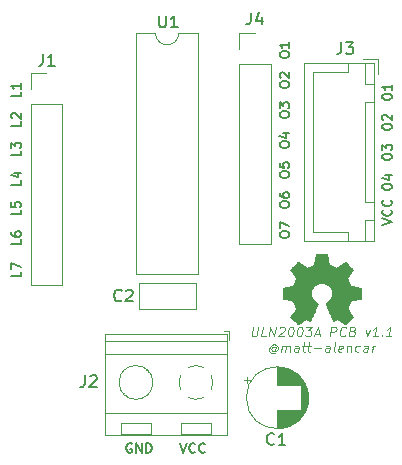
<source format=gbr>
G04 #@! TF.GenerationSoftware,KiCad,Pcbnew,5.0.1*
G04 #@! TF.CreationDate,2019-01-27T14:18:01-03:00*
G04 #@! TF.ProjectId,StepperDriver,537465707065724472697665722E6B69,1.0*
G04 #@! TF.SameCoordinates,Original*
G04 #@! TF.FileFunction,Legend,Top*
G04 #@! TF.FilePolarity,Positive*
%FSLAX46Y46*%
G04 Gerber Fmt 4.6, Leading zero omitted, Abs format (unit mm)*
G04 Created by KiCad (PCBNEW 5.0.1) date Sun 27 Jan 2019 14:18:01 -03*
%MOMM*%
%LPD*%
G01*
G04 APERTURE LIST*
%ADD10C,0.200000*%
%ADD11C,0.125000*%
%ADD12C,0.120000*%
%ADD13C,0.010000*%
%ADD14C,0.150000*%
G04 APERTURE END LIST*
D10*
X154455904Y-89069142D02*
X154455904Y-88916761D01*
X154494000Y-88840571D01*
X154570190Y-88764380D01*
X154722571Y-88726285D01*
X154989238Y-88726285D01*
X155141619Y-88764380D01*
X155217809Y-88840571D01*
X155255904Y-88916761D01*
X155255904Y-89069142D01*
X155217809Y-89145333D01*
X155141619Y-89221523D01*
X154989238Y-89259619D01*
X154722571Y-89259619D01*
X154570190Y-89221523D01*
X154494000Y-89145333D01*
X154455904Y-89069142D01*
X155255904Y-87964380D02*
X155255904Y-88421523D01*
X155255904Y-88192952D02*
X154455904Y-88192952D01*
X154570190Y-88269142D01*
X154646380Y-88345333D01*
X154684476Y-88421523D01*
X154455904Y-91609142D02*
X154455904Y-91456761D01*
X154494000Y-91380571D01*
X154570190Y-91304380D01*
X154722571Y-91266285D01*
X154989238Y-91266285D01*
X155141619Y-91304380D01*
X155217809Y-91380571D01*
X155255904Y-91456761D01*
X155255904Y-91609142D01*
X155217809Y-91685333D01*
X155141619Y-91761523D01*
X154989238Y-91799619D01*
X154722571Y-91799619D01*
X154570190Y-91761523D01*
X154494000Y-91685333D01*
X154455904Y-91609142D01*
X154532095Y-90961523D02*
X154494000Y-90923428D01*
X154455904Y-90847238D01*
X154455904Y-90656761D01*
X154494000Y-90580571D01*
X154532095Y-90542476D01*
X154608285Y-90504380D01*
X154684476Y-90504380D01*
X154798761Y-90542476D01*
X155255904Y-90999619D01*
X155255904Y-90504380D01*
X154455904Y-94149142D02*
X154455904Y-93996761D01*
X154494000Y-93920571D01*
X154570190Y-93844380D01*
X154722571Y-93806285D01*
X154989238Y-93806285D01*
X155141619Y-93844380D01*
X155217809Y-93920571D01*
X155255904Y-93996761D01*
X155255904Y-94149142D01*
X155217809Y-94225333D01*
X155141619Y-94301523D01*
X154989238Y-94339619D01*
X154722571Y-94339619D01*
X154570190Y-94301523D01*
X154494000Y-94225333D01*
X154455904Y-94149142D01*
X154455904Y-93539619D02*
X154455904Y-93044380D01*
X154760666Y-93311047D01*
X154760666Y-93196761D01*
X154798761Y-93120571D01*
X154836857Y-93082476D01*
X154913047Y-93044380D01*
X155103523Y-93044380D01*
X155179714Y-93082476D01*
X155217809Y-93120571D01*
X155255904Y-93196761D01*
X155255904Y-93425333D01*
X155217809Y-93501523D01*
X155179714Y-93539619D01*
X154455904Y-96689142D02*
X154455904Y-96536761D01*
X154494000Y-96460571D01*
X154570190Y-96384380D01*
X154722571Y-96346285D01*
X154989238Y-96346285D01*
X155141619Y-96384380D01*
X155217809Y-96460571D01*
X155255904Y-96536761D01*
X155255904Y-96689142D01*
X155217809Y-96765333D01*
X155141619Y-96841523D01*
X154989238Y-96879619D01*
X154722571Y-96879619D01*
X154570190Y-96841523D01*
X154494000Y-96765333D01*
X154455904Y-96689142D01*
X154722571Y-95660571D02*
X155255904Y-95660571D01*
X154417809Y-95851047D02*
X154989238Y-96041523D01*
X154989238Y-95546285D01*
D11*
X152164843Y-112049404D02*
X152083891Y-112697023D01*
X152112462Y-112773214D01*
X152145796Y-112811309D01*
X152217224Y-112849404D01*
X152369605Y-112849404D01*
X152450558Y-112811309D01*
X152493415Y-112773214D01*
X152541034Y-112697023D01*
X152621986Y-112049404D01*
X153283891Y-112849404D02*
X152902938Y-112849404D01*
X153002938Y-112049404D01*
X153550558Y-112849404D02*
X153650558Y-112049404D01*
X154007700Y-112849404D01*
X154107700Y-112049404D01*
X154441034Y-112125595D02*
X154483891Y-112087500D01*
X154564843Y-112049404D01*
X154755319Y-112049404D01*
X154826748Y-112087500D01*
X154860081Y-112125595D01*
X154888653Y-112201785D01*
X154879129Y-112277976D01*
X154826748Y-112392261D01*
X154312462Y-112849404D01*
X154807700Y-112849404D01*
X155402938Y-112049404D02*
X155479129Y-112049404D01*
X155550558Y-112087500D01*
X155583891Y-112125595D01*
X155612462Y-112201785D01*
X155631510Y-112354166D01*
X155607700Y-112544642D01*
X155550558Y-112697023D01*
X155502938Y-112773214D01*
X155460081Y-112811309D01*
X155379129Y-112849404D01*
X155302938Y-112849404D01*
X155231510Y-112811309D01*
X155198177Y-112773214D01*
X155169605Y-112697023D01*
X155150558Y-112544642D01*
X155174367Y-112354166D01*
X155231510Y-112201785D01*
X155279129Y-112125595D01*
X155321986Y-112087500D01*
X155402938Y-112049404D01*
X156164843Y-112049404D02*
X156241034Y-112049404D01*
X156312462Y-112087500D01*
X156345796Y-112125595D01*
X156374367Y-112201785D01*
X156393415Y-112354166D01*
X156369605Y-112544642D01*
X156312462Y-112697023D01*
X156264843Y-112773214D01*
X156221986Y-112811309D01*
X156141034Y-112849404D01*
X156064843Y-112849404D01*
X155993415Y-112811309D01*
X155960081Y-112773214D01*
X155931510Y-112697023D01*
X155912462Y-112544642D01*
X155936272Y-112354166D01*
X155993415Y-112201785D01*
X156041034Y-112125595D01*
X156083891Y-112087500D01*
X156164843Y-112049404D01*
X156698177Y-112049404D02*
X157193415Y-112049404D01*
X156888653Y-112354166D01*
X157002938Y-112354166D01*
X157074367Y-112392261D01*
X157107700Y-112430357D01*
X157136272Y-112506547D01*
X157112462Y-112697023D01*
X157064843Y-112773214D01*
X157021986Y-112811309D01*
X156941034Y-112849404D01*
X156712462Y-112849404D01*
X156641034Y-112811309D01*
X156607700Y-112773214D01*
X157426748Y-112620833D02*
X157807700Y-112620833D01*
X157321986Y-112849404D02*
X157688653Y-112049404D01*
X157855319Y-112849404D01*
X158731510Y-112849404D02*
X158831510Y-112049404D01*
X159136272Y-112049404D01*
X159207700Y-112087500D01*
X159241034Y-112125595D01*
X159269605Y-112201785D01*
X159255319Y-112316071D01*
X159207700Y-112392261D01*
X159164843Y-112430357D01*
X159083891Y-112468452D01*
X158779129Y-112468452D01*
X159998177Y-112773214D02*
X159955319Y-112811309D01*
X159836272Y-112849404D01*
X159760081Y-112849404D01*
X159650558Y-112811309D01*
X159583891Y-112735119D01*
X159555319Y-112658928D01*
X159536272Y-112506547D01*
X159550558Y-112392261D01*
X159607700Y-112239880D01*
X159655319Y-112163690D01*
X159741034Y-112087500D01*
X159860081Y-112049404D01*
X159936272Y-112049404D01*
X160045796Y-112087500D01*
X160079129Y-112125595D01*
X160650558Y-112430357D02*
X160760081Y-112468452D01*
X160793415Y-112506547D01*
X160821986Y-112582738D01*
X160807700Y-112697023D01*
X160760081Y-112773214D01*
X160717224Y-112811309D01*
X160636272Y-112849404D01*
X160331510Y-112849404D01*
X160431510Y-112049404D01*
X160698177Y-112049404D01*
X160769605Y-112087500D01*
X160802938Y-112125595D01*
X160831510Y-112201785D01*
X160821986Y-112277976D01*
X160774367Y-112354166D01*
X160731510Y-112392261D01*
X160650558Y-112430357D01*
X160383891Y-112430357D01*
X161731510Y-112316071D02*
X161855319Y-112849404D01*
X162112462Y-112316071D01*
X162769605Y-112849404D02*
X162312462Y-112849404D01*
X162541034Y-112849404D02*
X162641034Y-112049404D01*
X162550558Y-112163690D01*
X162464843Y-112239880D01*
X162383891Y-112277976D01*
X163121986Y-112773214D02*
X163155319Y-112811309D01*
X163112462Y-112849404D01*
X163079129Y-112811309D01*
X163121986Y-112773214D01*
X163112462Y-112849404D01*
X163912462Y-112849404D02*
X163455319Y-112849404D01*
X163683891Y-112849404D02*
X163783891Y-112049404D01*
X163693415Y-112163690D01*
X163607700Y-112239880D01*
X163526748Y-112277976D01*
X154112462Y-113793452D02*
X154079129Y-113755357D01*
X154007700Y-113717261D01*
X153931510Y-113717261D01*
X153850558Y-113755357D01*
X153807700Y-113793452D01*
X153760081Y-113869642D01*
X153750558Y-113945833D01*
X153779129Y-114022023D01*
X153812462Y-114060119D01*
X153883891Y-114098214D01*
X153960081Y-114098214D01*
X154041034Y-114060119D01*
X154083891Y-114022023D01*
X154121986Y-113717261D02*
X154083891Y-114022023D01*
X154117224Y-114060119D01*
X154155319Y-114060119D01*
X154236272Y-114022023D01*
X154283891Y-113945833D01*
X154307700Y-113755357D01*
X154245796Y-113641071D01*
X154141034Y-113564880D01*
X153993415Y-113526785D01*
X153836272Y-113564880D01*
X153712462Y-113641071D01*
X153621986Y-113755357D01*
X153564843Y-113907738D01*
X153583891Y-114060119D01*
X153645796Y-114174404D01*
X153750558Y-114250595D01*
X153898177Y-114288690D01*
X154055319Y-114250595D01*
X154179129Y-114174404D01*
X154598177Y-114174404D02*
X154664843Y-113641071D01*
X154655319Y-113717261D02*
X154698177Y-113679166D01*
X154779129Y-113641071D01*
X154893415Y-113641071D01*
X154964843Y-113679166D01*
X154993415Y-113755357D01*
X154941034Y-114174404D01*
X154993415Y-113755357D02*
X155041034Y-113679166D01*
X155121986Y-113641071D01*
X155236272Y-113641071D01*
X155307700Y-113679166D01*
X155336272Y-113755357D01*
X155283891Y-114174404D01*
X156007700Y-114174404D02*
X156060081Y-113755357D01*
X156031510Y-113679166D01*
X155960081Y-113641071D01*
X155807700Y-113641071D01*
X155726748Y-113679166D01*
X156012462Y-114136309D02*
X155931510Y-114174404D01*
X155741034Y-114174404D01*
X155669605Y-114136309D01*
X155641034Y-114060119D01*
X155650558Y-113983928D01*
X155698177Y-113907738D01*
X155779129Y-113869642D01*
X155969605Y-113869642D01*
X156050558Y-113831547D01*
X156341034Y-113641071D02*
X156645796Y-113641071D01*
X156488653Y-113374404D02*
X156402938Y-114060119D01*
X156431510Y-114136309D01*
X156502938Y-114174404D01*
X156579129Y-114174404D01*
X156798177Y-113641071D02*
X157102938Y-113641071D01*
X156945796Y-113374404D02*
X156860081Y-114060119D01*
X156888653Y-114136309D01*
X156960081Y-114174404D01*
X157036272Y-114174404D01*
X157341034Y-113869642D02*
X157950558Y-113869642D01*
X158636272Y-114174404D02*
X158688653Y-113755357D01*
X158660081Y-113679166D01*
X158588653Y-113641071D01*
X158436272Y-113641071D01*
X158355319Y-113679166D01*
X158641034Y-114136309D02*
X158560081Y-114174404D01*
X158369605Y-114174404D01*
X158298177Y-114136309D01*
X158269605Y-114060119D01*
X158279129Y-113983928D01*
X158326748Y-113907738D01*
X158407700Y-113869642D01*
X158598177Y-113869642D01*
X158679129Y-113831547D01*
X159131510Y-114174404D02*
X159060081Y-114136309D01*
X159031510Y-114060119D01*
X159117224Y-113374404D01*
X159745796Y-114136309D02*
X159664843Y-114174404D01*
X159512462Y-114174404D01*
X159441034Y-114136309D01*
X159412462Y-114060119D01*
X159450558Y-113755357D01*
X159498177Y-113679166D01*
X159579129Y-113641071D01*
X159731510Y-113641071D01*
X159802938Y-113679166D01*
X159831510Y-113755357D01*
X159821986Y-113831547D01*
X159431510Y-113907738D01*
X160188653Y-113641071D02*
X160121986Y-114174404D01*
X160179129Y-113717261D02*
X160221986Y-113679166D01*
X160302938Y-113641071D01*
X160417224Y-113641071D01*
X160488653Y-113679166D01*
X160517224Y-113755357D01*
X160464843Y-114174404D01*
X161193415Y-114136309D02*
X161112462Y-114174404D01*
X160960081Y-114174404D01*
X160888653Y-114136309D01*
X160855319Y-114098214D01*
X160826748Y-114022023D01*
X160855319Y-113793452D01*
X160902938Y-113717261D01*
X160945796Y-113679166D01*
X161026748Y-113641071D01*
X161179129Y-113641071D01*
X161250558Y-113679166D01*
X161874367Y-114174404D02*
X161926748Y-113755357D01*
X161898177Y-113679166D01*
X161826748Y-113641071D01*
X161674367Y-113641071D01*
X161593415Y-113679166D01*
X161879129Y-114136309D02*
X161798177Y-114174404D01*
X161607700Y-114174404D01*
X161536272Y-114136309D01*
X161507700Y-114060119D01*
X161517224Y-113983928D01*
X161564843Y-113907738D01*
X161645796Y-113869642D01*
X161836272Y-113869642D01*
X161917224Y-113831547D01*
X162255319Y-114174404D02*
X162321986Y-113641071D01*
X162302938Y-113793452D02*
X162350558Y-113717261D01*
X162393415Y-113679166D01*
X162474367Y-113641071D01*
X162550558Y-113641071D01*
D10*
X141924476Y-121948000D02*
X141848285Y-121909904D01*
X141734000Y-121909904D01*
X141619714Y-121948000D01*
X141543523Y-122024190D01*
X141505428Y-122100380D01*
X141467333Y-122252761D01*
X141467333Y-122367047D01*
X141505428Y-122519428D01*
X141543523Y-122595619D01*
X141619714Y-122671809D01*
X141734000Y-122709904D01*
X141810190Y-122709904D01*
X141924476Y-122671809D01*
X141962571Y-122633714D01*
X141962571Y-122367047D01*
X141810190Y-122367047D01*
X142305428Y-122709904D02*
X142305428Y-121909904D01*
X142762571Y-122709904D01*
X142762571Y-121909904D01*
X143143523Y-122709904D02*
X143143523Y-121909904D01*
X143334000Y-121909904D01*
X143448285Y-121948000D01*
X143524476Y-122024190D01*
X143562571Y-122100380D01*
X143600666Y-122252761D01*
X143600666Y-122367047D01*
X143562571Y-122519428D01*
X143524476Y-122595619D01*
X143448285Y-122671809D01*
X143334000Y-122709904D01*
X143143523Y-122709904D01*
X146039333Y-121909904D02*
X146306000Y-122709904D01*
X146572666Y-121909904D01*
X147296476Y-122633714D02*
X147258380Y-122671809D01*
X147144095Y-122709904D01*
X147067904Y-122709904D01*
X146953619Y-122671809D01*
X146877428Y-122595619D01*
X146839333Y-122519428D01*
X146801238Y-122367047D01*
X146801238Y-122252761D01*
X146839333Y-122100380D01*
X146877428Y-122024190D01*
X146953619Y-121948000D01*
X147067904Y-121909904D01*
X147144095Y-121909904D01*
X147258380Y-121948000D01*
X147296476Y-121986095D01*
X148096476Y-122633714D02*
X148058380Y-122671809D01*
X147944095Y-122709904D01*
X147867904Y-122709904D01*
X147753619Y-122671809D01*
X147677428Y-122595619D01*
X147639333Y-122519428D01*
X147601238Y-122367047D01*
X147601238Y-122252761D01*
X147639333Y-122100380D01*
X147677428Y-122024190D01*
X147753619Y-121948000D01*
X147867904Y-121909904D01*
X147944095Y-121909904D01*
X148058380Y-121948000D01*
X148096476Y-121986095D01*
X163139904Y-103410666D02*
X163939904Y-103144000D01*
X163139904Y-102877333D01*
X163863714Y-102153523D02*
X163901809Y-102191619D01*
X163939904Y-102305904D01*
X163939904Y-102382095D01*
X163901809Y-102496380D01*
X163825619Y-102572571D01*
X163749428Y-102610666D01*
X163597047Y-102648761D01*
X163482761Y-102648761D01*
X163330380Y-102610666D01*
X163254190Y-102572571D01*
X163178000Y-102496380D01*
X163139904Y-102382095D01*
X163139904Y-102305904D01*
X163178000Y-102191619D01*
X163216095Y-102153523D01*
X163863714Y-101353523D02*
X163901809Y-101391619D01*
X163939904Y-101505904D01*
X163939904Y-101582095D01*
X163901809Y-101696380D01*
X163825619Y-101772571D01*
X163749428Y-101810666D01*
X163597047Y-101848761D01*
X163482761Y-101848761D01*
X163330380Y-101810666D01*
X163254190Y-101772571D01*
X163178000Y-101696380D01*
X163139904Y-101582095D01*
X163139904Y-101505904D01*
X163178000Y-101391619D01*
X163216095Y-101353523D01*
X163139904Y-97721142D02*
X163139904Y-97568761D01*
X163178000Y-97492571D01*
X163254190Y-97416380D01*
X163406571Y-97378285D01*
X163673238Y-97378285D01*
X163825619Y-97416380D01*
X163901809Y-97492571D01*
X163939904Y-97568761D01*
X163939904Y-97721142D01*
X163901809Y-97797333D01*
X163825619Y-97873523D01*
X163673238Y-97911619D01*
X163406571Y-97911619D01*
X163254190Y-97873523D01*
X163178000Y-97797333D01*
X163139904Y-97721142D01*
X163139904Y-97111619D02*
X163139904Y-96616380D01*
X163444666Y-96883047D01*
X163444666Y-96768761D01*
X163482761Y-96692571D01*
X163520857Y-96654476D01*
X163597047Y-96616380D01*
X163787523Y-96616380D01*
X163863714Y-96654476D01*
X163901809Y-96692571D01*
X163939904Y-96768761D01*
X163939904Y-96997333D01*
X163901809Y-97073523D01*
X163863714Y-97111619D01*
X163139904Y-92641142D02*
X163139904Y-92488761D01*
X163178000Y-92412571D01*
X163254190Y-92336380D01*
X163406571Y-92298285D01*
X163673238Y-92298285D01*
X163825619Y-92336380D01*
X163901809Y-92412571D01*
X163939904Y-92488761D01*
X163939904Y-92641142D01*
X163901809Y-92717333D01*
X163825619Y-92793523D01*
X163673238Y-92831619D01*
X163406571Y-92831619D01*
X163254190Y-92793523D01*
X163178000Y-92717333D01*
X163139904Y-92641142D01*
X163939904Y-91536380D02*
X163939904Y-91993523D01*
X163939904Y-91764952D02*
X163139904Y-91764952D01*
X163254190Y-91841142D01*
X163330380Y-91917333D01*
X163368476Y-91993523D01*
X163139904Y-95181142D02*
X163139904Y-95028761D01*
X163178000Y-94952571D01*
X163254190Y-94876380D01*
X163406571Y-94838285D01*
X163673238Y-94838285D01*
X163825619Y-94876380D01*
X163901809Y-94952571D01*
X163939904Y-95028761D01*
X163939904Y-95181142D01*
X163901809Y-95257333D01*
X163825619Y-95333523D01*
X163673238Y-95371619D01*
X163406571Y-95371619D01*
X163254190Y-95333523D01*
X163178000Y-95257333D01*
X163139904Y-95181142D01*
X163216095Y-94533523D02*
X163178000Y-94495428D01*
X163139904Y-94419238D01*
X163139904Y-94228761D01*
X163178000Y-94152571D01*
X163216095Y-94114476D01*
X163292285Y-94076380D01*
X163368476Y-94076380D01*
X163482761Y-94114476D01*
X163939904Y-94571619D01*
X163939904Y-94076380D01*
X163139904Y-100261142D02*
X163139904Y-100108761D01*
X163178000Y-100032571D01*
X163254190Y-99956380D01*
X163406571Y-99918285D01*
X163673238Y-99918285D01*
X163825619Y-99956380D01*
X163901809Y-100032571D01*
X163939904Y-100108761D01*
X163939904Y-100261142D01*
X163901809Y-100337333D01*
X163825619Y-100413523D01*
X163673238Y-100451619D01*
X163406571Y-100451619D01*
X163254190Y-100413523D01*
X163178000Y-100337333D01*
X163139904Y-100261142D01*
X163406571Y-99232571D02*
X163939904Y-99232571D01*
X163101809Y-99423047D02*
X163673238Y-99613523D01*
X163673238Y-99118285D01*
X154455904Y-104309142D02*
X154455904Y-104156761D01*
X154494000Y-104080571D01*
X154570190Y-104004380D01*
X154722571Y-103966285D01*
X154989238Y-103966285D01*
X155141619Y-104004380D01*
X155217809Y-104080571D01*
X155255904Y-104156761D01*
X155255904Y-104309142D01*
X155217809Y-104385333D01*
X155141619Y-104461523D01*
X154989238Y-104499619D01*
X154722571Y-104499619D01*
X154570190Y-104461523D01*
X154494000Y-104385333D01*
X154455904Y-104309142D01*
X154455904Y-103699619D02*
X154455904Y-103166285D01*
X155255904Y-103509142D01*
X154455904Y-101769142D02*
X154455904Y-101616761D01*
X154494000Y-101540571D01*
X154570190Y-101464380D01*
X154722571Y-101426285D01*
X154989238Y-101426285D01*
X155141619Y-101464380D01*
X155217809Y-101540571D01*
X155255904Y-101616761D01*
X155255904Y-101769142D01*
X155217809Y-101845333D01*
X155141619Y-101921523D01*
X154989238Y-101959619D01*
X154722571Y-101959619D01*
X154570190Y-101921523D01*
X154494000Y-101845333D01*
X154455904Y-101769142D01*
X154455904Y-100740571D02*
X154455904Y-100892952D01*
X154494000Y-100969142D01*
X154532095Y-101007238D01*
X154646380Y-101083428D01*
X154798761Y-101121523D01*
X155103523Y-101121523D01*
X155179714Y-101083428D01*
X155217809Y-101045333D01*
X155255904Y-100969142D01*
X155255904Y-100816761D01*
X155217809Y-100740571D01*
X155179714Y-100702476D01*
X155103523Y-100664380D01*
X154913047Y-100664380D01*
X154836857Y-100702476D01*
X154798761Y-100740571D01*
X154760666Y-100816761D01*
X154760666Y-100969142D01*
X154798761Y-101045333D01*
X154836857Y-101083428D01*
X154913047Y-101121523D01*
X154455904Y-99229142D02*
X154455904Y-99076761D01*
X154494000Y-99000571D01*
X154570190Y-98924380D01*
X154722571Y-98886285D01*
X154989238Y-98886285D01*
X155141619Y-98924380D01*
X155217809Y-99000571D01*
X155255904Y-99076761D01*
X155255904Y-99229142D01*
X155217809Y-99305333D01*
X155141619Y-99381523D01*
X154989238Y-99419619D01*
X154722571Y-99419619D01*
X154570190Y-99381523D01*
X154494000Y-99305333D01*
X154455904Y-99229142D01*
X154455904Y-98162476D02*
X154455904Y-98543428D01*
X154836857Y-98581523D01*
X154798761Y-98543428D01*
X154760666Y-98467238D01*
X154760666Y-98276761D01*
X154798761Y-98200571D01*
X154836857Y-98162476D01*
X154913047Y-98124380D01*
X155103523Y-98124380D01*
X155179714Y-98162476D01*
X155217809Y-98200571D01*
X155255904Y-98276761D01*
X155255904Y-98467238D01*
X155217809Y-98543428D01*
X155179714Y-98581523D01*
X132521904Y-107383333D02*
X132521904Y-107764285D01*
X131721904Y-107764285D01*
X131721904Y-107192857D02*
X131721904Y-106659523D01*
X132521904Y-107002380D01*
X132521904Y-104633333D02*
X132521904Y-105014285D01*
X131721904Y-105014285D01*
X131721904Y-104023809D02*
X131721904Y-104176190D01*
X131760000Y-104252380D01*
X131798095Y-104290476D01*
X131912380Y-104366666D01*
X132064761Y-104404761D01*
X132369523Y-104404761D01*
X132445714Y-104366666D01*
X132483809Y-104328571D01*
X132521904Y-104252380D01*
X132521904Y-104100000D01*
X132483809Y-104023809D01*
X132445714Y-103985714D01*
X132369523Y-103947619D01*
X132179047Y-103947619D01*
X132102857Y-103985714D01*
X132064761Y-104023809D01*
X132026666Y-104100000D01*
X132026666Y-104252380D01*
X132064761Y-104328571D01*
X132102857Y-104366666D01*
X132179047Y-104404761D01*
X132521904Y-102133333D02*
X132521904Y-102514285D01*
X131721904Y-102514285D01*
X131721904Y-101485714D02*
X131721904Y-101866666D01*
X132102857Y-101904761D01*
X132064761Y-101866666D01*
X132026666Y-101790476D01*
X132026666Y-101600000D01*
X132064761Y-101523809D01*
X132102857Y-101485714D01*
X132179047Y-101447619D01*
X132369523Y-101447619D01*
X132445714Y-101485714D01*
X132483809Y-101523809D01*
X132521904Y-101600000D01*
X132521904Y-101790476D01*
X132483809Y-101866666D01*
X132445714Y-101904761D01*
X132521904Y-99633333D02*
X132521904Y-100014285D01*
X131721904Y-100014285D01*
X131988571Y-99023809D02*
X132521904Y-99023809D01*
X131683809Y-99214285D02*
X132255238Y-99404761D01*
X132255238Y-98909523D01*
X132521904Y-97133333D02*
X132521904Y-97514285D01*
X131721904Y-97514285D01*
X131721904Y-96942857D02*
X131721904Y-96447619D01*
X132026666Y-96714285D01*
X132026666Y-96600000D01*
X132064761Y-96523809D01*
X132102857Y-96485714D01*
X132179047Y-96447619D01*
X132369523Y-96447619D01*
X132445714Y-96485714D01*
X132483809Y-96523809D01*
X132521904Y-96600000D01*
X132521904Y-96828571D01*
X132483809Y-96904761D01*
X132445714Y-96942857D01*
X132521904Y-94633333D02*
X132521904Y-95014285D01*
X131721904Y-95014285D01*
X131798095Y-94404761D02*
X131760000Y-94366666D01*
X131721904Y-94290476D01*
X131721904Y-94100000D01*
X131760000Y-94023809D01*
X131798095Y-93985714D01*
X131874285Y-93947619D01*
X131950476Y-93947619D01*
X132064761Y-93985714D01*
X132521904Y-94442857D01*
X132521904Y-93947619D01*
X132521904Y-92133333D02*
X132521904Y-92514285D01*
X131721904Y-92514285D01*
X132521904Y-91447619D02*
X132521904Y-91904761D01*
X132521904Y-91676190D02*
X131721904Y-91676190D01*
X131836190Y-91752380D01*
X131912380Y-91828571D01*
X131950476Y-91904761D01*
D12*
G04 #@! TO.C,J1*
X133370000Y-108480000D02*
X136030000Y-108480000D01*
X133370000Y-93180000D02*
X133370000Y-108480000D01*
X136030000Y-93180000D02*
X136030000Y-108480000D01*
X133370000Y-93180000D02*
X136030000Y-93180000D01*
X133370000Y-91910000D02*
X133370000Y-90580000D01*
X133370000Y-90580000D02*
X134700000Y-90580000D01*
G04 #@! TO.C,U1*
X145920000Y-87155000D02*
G75*
G02X143920000Y-87155000I-1000000J0D01*
G01*
X143920000Y-87155000D02*
X142270000Y-87155000D01*
X142270000Y-87155000D02*
X142270000Y-107595000D01*
X142270000Y-107595000D02*
X147570000Y-107595000D01*
X147570000Y-107595000D02*
X147570000Y-87155000D01*
X147570000Y-87155000D02*
X145920000Y-87155000D01*
G04 #@! TO.C,C2*
X147360000Y-110560000D02*
X142520000Y-110560000D01*
X147360000Y-108320000D02*
X142520000Y-108320000D01*
X147360000Y-110560000D02*
X147360000Y-108320000D01*
X142520000Y-110560000D02*
X142520000Y-108320000D01*
G04 #@! TO.C,J4*
X151024000Y-87155000D02*
X152354000Y-87155000D01*
X151024000Y-88485000D02*
X151024000Y-87155000D01*
X151024000Y-89755000D02*
X153684000Y-89755000D01*
X153684000Y-89755000D02*
X153684000Y-105055000D01*
X151024000Y-89755000D02*
X151024000Y-105055000D01*
X151024000Y-105055000D02*
X153684000Y-105055000D01*
G04 #@! TO.C,J2*
X146733129Y-115474725D02*
G75*
G02X147360000Y-115330000I626871J-1285275D01*
G01*
X146074176Y-117387362D02*
G75*
G02X146074000Y-116133000I1285824J627362D01*
G01*
X147987362Y-118045824D02*
G75*
G02X146733000Y-118046000I-627362J1285824D01*
G01*
X148646611Y-116133254D02*
G75*
G02X148646000Y-117388000I-1286611J-626746D01*
G01*
X147335720Y-115329060D02*
G75*
G02X147988000Y-115474000I24280J-1430940D01*
G01*
X143710000Y-116760000D02*
G75*
G03X143710000Y-116760000I-1430000J0D01*
G01*
X149960000Y-113210000D02*
X139680000Y-113210000D01*
X149960000Y-114310000D02*
X139680000Y-114310000D01*
X149960000Y-119310000D02*
X139680000Y-119310000D01*
X149960000Y-121220000D02*
X139680000Y-121220000D01*
X149960000Y-112650000D02*
X139680000Y-112650000D01*
X149960000Y-121220000D02*
X149960000Y-112650000D01*
X139680000Y-121220000D02*
X139680000Y-112650000D01*
X148610000Y-121160000D02*
X146110000Y-121160000D01*
X148610000Y-120160000D02*
X146110000Y-120160000D01*
X148610000Y-121160000D02*
X148610000Y-120160000D01*
X146110000Y-121160000D02*
X146110000Y-120160000D01*
X141195000Y-117670000D02*
X141255000Y-117611000D01*
X143150000Y-115715000D02*
X143190000Y-115675000D01*
X141369000Y-117845000D02*
X141409000Y-117805000D01*
X143304000Y-115910000D02*
X143364000Y-115850000D01*
X143530000Y-121160000D02*
X141030000Y-121160000D01*
X143530000Y-120160000D02*
X141030000Y-120160000D01*
X143530000Y-121160000D02*
X143530000Y-120160000D01*
X141030000Y-121160000D02*
X141030000Y-120160000D01*
X150200000Y-113150000D02*
X150200000Y-112410000D01*
X150200000Y-112410000D02*
X149700000Y-112410000D01*
D13*
G04 #@! TO.C,REF\002A\002A*
G36*
X158555814Y-106368931D02*
X158639635Y-106813555D01*
X158948920Y-106941053D01*
X159258206Y-107068551D01*
X159629246Y-106816246D01*
X159733157Y-106745996D01*
X159827087Y-106683272D01*
X159906652Y-106630938D01*
X159967470Y-106591857D01*
X160005157Y-106568893D01*
X160015421Y-106563942D01*
X160033910Y-106576676D01*
X160073420Y-106611882D01*
X160129522Y-106665062D01*
X160197787Y-106731718D01*
X160273786Y-106807354D01*
X160353092Y-106887472D01*
X160431275Y-106967574D01*
X160503907Y-107043164D01*
X160566559Y-107109745D01*
X160614803Y-107162818D01*
X160644210Y-107197887D01*
X160651241Y-107209623D01*
X160641123Y-107231260D01*
X160612759Y-107278662D01*
X160569129Y-107347193D01*
X160513218Y-107432215D01*
X160448006Y-107529093D01*
X160410219Y-107584350D01*
X160341343Y-107685248D01*
X160280140Y-107776299D01*
X160229578Y-107852970D01*
X160192628Y-107910728D01*
X160172258Y-107945043D01*
X160169197Y-107952254D01*
X160176136Y-107972748D01*
X160195051Y-108020513D01*
X160223087Y-108088832D01*
X160257391Y-108170989D01*
X160295109Y-108260270D01*
X160333387Y-108349958D01*
X160369370Y-108433338D01*
X160400206Y-108503694D01*
X160423039Y-108554310D01*
X160435017Y-108578471D01*
X160435724Y-108579422D01*
X160454531Y-108584036D01*
X160504618Y-108594328D01*
X160580793Y-108609287D01*
X160677865Y-108627901D01*
X160790643Y-108649159D01*
X160856442Y-108661418D01*
X160976950Y-108684362D01*
X161085797Y-108706195D01*
X161177476Y-108725722D01*
X161246481Y-108741748D01*
X161287304Y-108753079D01*
X161295511Y-108756674D01*
X161303548Y-108781006D01*
X161310033Y-108835959D01*
X161314970Y-108915108D01*
X161318364Y-109012026D01*
X161320218Y-109120287D01*
X161320538Y-109233465D01*
X161319327Y-109345135D01*
X161316590Y-109448868D01*
X161312331Y-109538241D01*
X161306555Y-109606826D01*
X161299267Y-109648197D01*
X161294895Y-109656810D01*
X161268764Y-109667133D01*
X161213393Y-109681892D01*
X161136107Y-109699352D01*
X161044230Y-109717780D01*
X161012158Y-109723741D01*
X160857524Y-109752066D01*
X160735375Y-109774876D01*
X160641673Y-109793080D01*
X160572384Y-109807583D01*
X160523471Y-109819292D01*
X160490897Y-109829115D01*
X160470628Y-109837956D01*
X160458626Y-109846724D01*
X160456947Y-109848457D01*
X160440184Y-109876371D01*
X160414614Y-109930695D01*
X160382788Y-110004777D01*
X160347260Y-110091965D01*
X160310583Y-110185608D01*
X160275311Y-110279052D01*
X160243996Y-110365647D01*
X160219193Y-110438740D01*
X160203454Y-110491678D01*
X160199332Y-110517811D01*
X160199676Y-110518726D01*
X160213641Y-110540086D01*
X160245322Y-110587084D01*
X160291391Y-110654827D01*
X160348518Y-110738423D01*
X160413373Y-110832982D01*
X160431843Y-110859854D01*
X160497699Y-110957275D01*
X160555650Y-111046163D01*
X160602538Y-111121412D01*
X160635207Y-111177920D01*
X160650500Y-111210581D01*
X160651241Y-111214593D01*
X160638392Y-111235684D01*
X160602888Y-111277464D01*
X160549293Y-111335445D01*
X160482171Y-111405135D01*
X160406087Y-111482045D01*
X160325604Y-111561683D01*
X160245287Y-111639561D01*
X160169699Y-111711186D01*
X160103405Y-111772070D01*
X160050969Y-111817721D01*
X160016955Y-111843650D01*
X160007545Y-111847883D01*
X159985643Y-111837912D01*
X159940800Y-111811020D01*
X159880321Y-111771736D01*
X159833789Y-111740117D01*
X159749475Y-111682098D01*
X159649626Y-111613784D01*
X159549473Y-111545579D01*
X159495627Y-111509075D01*
X159313371Y-111385800D01*
X159160381Y-111468520D01*
X159090682Y-111504759D01*
X159031414Y-111532926D01*
X158991311Y-111548991D01*
X158981103Y-111551226D01*
X158968829Y-111534722D01*
X158944613Y-111488082D01*
X158910263Y-111415609D01*
X158867588Y-111321606D01*
X158818394Y-111210374D01*
X158764490Y-111086215D01*
X158707684Y-110953432D01*
X158649782Y-110816327D01*
X158592593Y-110679202D01*
X158537924Y-110546358D01*
X158487584Y-110422098D01*
X158443380Y-110310725D01*
X158407119Y-110216539D01*
X158380609Y-110143844D01*
X158365658Y-110096941D01*
X158363254Y-110080833D01*
X158382311Y-110060286D01*
X158424036Y-110026933D01*
X158479706Y-109987702D01*
X158484378Y-109984599D01*
X158628264Y-109869423D01*
X158744283Y-109735053D01*
X158831430Y-109585784D01*
X158888699Y-109425913D01*
X158915086Y-109259737D01*
X158909585Y-109091552D01*
X158871190Y-108925655D01*
X158798895Y-108766342D01*
X158777626Y-108731487D01*
X158666996Y-108590737D01*
X158536302Y-108477714D01*
X158390064Y-108393003D01*
X158232808Y-108337194D01*
X158069057Y-108310874D01*
X157903333Y-108314630D01*
X157740162Y-108349050D01*
X157584065Y-108414723D01*
X157439567Y-108512235D01*
X157394869Y-108551813D01*
X157281112Y-108675703D01*
X157198218Y-108806124D01*
X157141356Y-108952315D01*
X157109687Y-109097088D01*
X157101869Y-109259860D01*
X157127938Y-109423440D01*
X157185245Y-109582298D01*
X157271144Y-109730906D01*
X157382986Y-109863735D01*
X157518123Y-109975256D01*
X157535883Y-109987011D01*
X157592150Y-110025508D01*
X157634923Y-110058863D01*
X157655372Y-110080160D01*
X157655669Y-110080833D01*
X157651279Y-110103871D01*
X157633876Y-110156157D01*
X157605268Y-110233390D01*
X157567265Y-110331268D01*
X157521674Y-110445491D01*
X157470303Y-110571758D01*
X157414962Y-110705767D01*
X157357458Y-110843218D01*
X157299601Y-110979808D01*
X157243198Y-111111237D01*
X157190058Y-111233205D01*
X157141990Y-111341409D01*
X157100801Y-111431549D01*
X157068301Y-111499323D01*
X157046297Y-111540430D01*
X157037436Y-111551226D01*
X157010360Y-111542819D01*
X156959697Y-111520272D01*
X156894183Y-111487613D01*
X156858159Y-111468520D01*
X156705168Y-111385800D01*
X156522912Y-111509075D01*
X156429875Y-111572228D01*
X156328015Y-111641727D01*
X156232562Y-111707165D01*
X156184750Y-111740117D01*
X156117505Y-111785273D01*
X156060564Y-111821057D01*
X156021354Y-111842938D01*
X156008619Y-111847563D01*
X155990083Y-111835085D01*
X155949059Y-111800252D01*
X155889525Y-111746678D01*
X155815458Y-111677983D01*
X155730835Y-111597781D01*
X155677315Y-111546286D01*
X155583681Y-111454286D01*
X155502759Y-111371999D01*
X155437823Y-111302945D01*
X155392142Y-111250644D01*
X155368989Y-111218616D01*
X155366768Y-111212116D01*
X155377076Y-111187394D01*
X155405561Y-111137405D01*
X155449063Y-111067212D01*
X155504423Y-110981875D01*
X155568480Y-110886456D01*
X155586697Y-110859854D01*
X155653073Y-110763167D01*
X155712622Y-110676117D01*
X155762016Y-110603595D01*
X155797925Y-110550493D01*
X155817019Y-110521703D01*
X155818864Y-110518726D01*
X155816105Y-110495782D01*
X155801462Y-110445336D01*
X155777487Y-110374041D01*
X155746734Y-110288547D01*
X155711756Y-110195507D01*
X155675107Y-110101574D01*
X155639339Y-110013399D01*
X155607006Y-109937634D01*
X155580662Y-109880931D01*
X155562858Y-109849943D01*
X155561593Y-109848457D01*
X155550706Y-109839601D01*
X155532318Y-109830843D01*
X155502394Y-109821277D01*
X155456897Y-109809996D01*
X155391791Y-109796093D01*
X155303039Y-109778663D01*
X155186607Y-109756798D01*
X155038458Y-109729591D01*
X155006382Y-109723741D01*
X154911314Y-109705374D01*
X154828435Y-109687405D01*
X154765070Y-109671569D01*
X154728542Y-109659600D01*
X154723644Y-109656810D01*
X154715573Y-109632072D01*
X154709013Y-109576790D01*
X154703967Y-109497389D01*
X154700441Y-109400296D01*
X154698439Y-109291938D01*
X154697964Y-109178740D01*
X154699023Y-109067128D01*
X154701618Y-108963529D01*
X154705754Y-108874368D01*
X154711437Y-108806072D01*
X154718669Y-108765066D01*
X154723029Y-108756674D01*
X154747302Y-108748208D01*
X154802574Y-108734435D01*
X154883338Y-108716550D01*
X154984088Y-108695748D01*
X155099317Y-108673223D01*
X155162098Y-108661418D01*
X155281213Y-108639151D01*
X155387435Y-108618979D01*
X155475573Y-108601915D01*
X155540434Y-108588969D01*
X155576826Y-108581155D01*
X155582816Y-108579422D01*
X155592939Y-108559890D01*
X155614338Y-108512843D01*
X155644161Y-108445003D01*
X155679555Y-108363091D01*
X155717668Y-108273828D01*
X155755647Y-108183935D01*
X155790640Y-108100135D01*
X155819794Y-108029147D01*
X155840257Y-107977694D01*
X155849177Y-107952497D01*
X155849343Y-107951396D01*
X155839231Y-107931519D01*
X155810883Y-107885777D01*
X155767277Y-107818717D01*
X155711394Y-107734884D01*
X155646213Y-107638826D01*
X155608321Y-107583650D01*
X155539275Y-107482481D01*
X155477950Y-107390630D01*
X155427337Y-107312744D01*
X155390429Y-107253469D01*
X155370218Y-107217451D01*
X155367299Y-107209377D01*
X155379847Y-107190584D01*
X155414537Y-107150457D01*
X155466937Y-107093493D01*
X155532616Y-107024185D01*
X155607144Y-106947031D01*
X155686087Y-106866525D01*
X155765017Y-106787163D01*
X155839500Y-106713440D01*
X155905106Y-106649852D01*
X155957404Y-106600894D01*
X155991961Y-106571061D01*
X156003522Y-106563942D01*
X156022346Y-106573953D01*
X156067369Y-106602078D01*
X156134213Y-106645454D01*
X156218501Y-106701218D01*
X156315856Y-106766506D01*
X156389293Y-106816246D01*
X156760333Y-107068551D01*
X157378905Y-106813555D01*
X157462725Y-106368931D01*
X157546546Y-105924307D01*
X158471994Y-105924307D01*
X158555814Y-106368931D01*
X158555814Y-106368931D01*
G37*
X158555814Y-106368931D02*
X158639635Y-106813555D01*
X158948920Y-106941053D01*
X159258206Y-107068551D01*
X159629246Y-106816246D01*
X159733157Y-106745996D01*
X159827087Y-106683272D01*
X159906652Y-106630938D01*
X159967470Y-106591857D01*
X160005157Y-106568893D01*
X160015421Y-106563942D01*
X160033910Y-106576676D01*
X160073420Y-106611882D01*
X160129522Y-106665062D01*
X160197787Y-106731718D01*
X160273786Y-106807354D01*
X160353092Y-106887472D01*
X160431275Y-106967574D01*
X160503907Y-107043164D01*
X160566559Y-107109745D01*
X160614803Y-107162818D01*
X160644210Y-107197887D01*
X160651241Y-107209623D01*
X160641123Y-107231260D01*
X160612759Y-107278662D01*
X160569129Y-107347193D01*
X160513218Y-107432215D01*
X160448006Y-107529093D01*
X160410219Y-107584350D01*
X160341343Y-107685248D01*
X160280140Y-107776299D01*
X160229578Y-107852970D01*
X160192628Y-107910728D01*
X160172258Y-107945043D01*
X160169197Y-107952254D01*
X160176136Y-107972748D01*
X160195051Y-108020513D01*
X160223087Y-108088832D01*
X160257391Y-108170989D01*
X160295109Y-108260270D01*
X160333387Y-108349958D01*
X160369370Y-108433338D01*
X160400206Y-108503694D01*
X160423039Y-108554310D01*
X160435017Y-108578471D01*
X160435724Y-108579422D01*
X160454531Y-108584036D01*
X160504618Y-108594328D01*
X160580793Y-108609287D01*
X160677865Y-108627901D01*
X160790643Y-108649159D01*
X160856442Y-108661418D01*
X160976950Y-108684362D01*
X161085797Y-108706195D01*
X161177476Y-108725722D01*
X161246481Y-108741748D01*
X161287304Y-108753079D01*
X161295511Y-108756674D01*
X161303548Y-108781006D01*
X161310033Y-108835959D01*
X161314970Y-108915108D01*
X161318364Y-109012026D01*
X161320218Y-109120287D01*
X161320538Y-109233465D01*
X161319327Y-109345135D01*
X161316590Y-109448868D01*
X161312331Y-109538241D01*
X161306555Y-109606826D01*
X161299267Y-109648197D01*
X161294895Y-109656810D01*
X161268764Y-109667133D01*
X161213393Y-109681892D01*
X161136107Y-109699352D01*
X161044230Y-109717780D01*
X161012158Y-109723741D01*
X160857524Y-109752066D01*
X160735375Y-109774876D01*
X160641673Y-109793080D01*
X160572384Y-109807583D01*
X160523471Y-109819292D01*
X160490897Y-109829115D01*
X160470628Y-109837956D01*
X160458626Y-109846724D01*
X160456947Y-109848457D01*
X160440184Y-109876371D01*
X160414614Y-109930695D01*
X160382788Y-110004777D01*
X160347260Y-110091965D01*
X160310583Y-110185608D01*
X160275311Y-110279052D01*
X160243996Y-110365647D01*
X160219193Y-110438740D01*
X160203454Y-110491678D01*
X160199332Y-110517811D01*
X160199676Y-110518726D01*
X160213641Y-110540086D01*
X160245322Y-110587084D01*
X160291391Y-110654827D01*
X160348518Y-110738423D01*
X160413373Y-110832982D01*
X160431843Y-110859854D01*
X160497699Y-110957275D01*
X160555650Y-111046163D01*
X160602538Y-111121412D01*
X160635207Y-111177920D01*
X160650500Y-111210581D01*
X160651241Y-111214593D01*
X160638392Y-111235684D01*
X160602888Y-111277464D01*
X160549293Y-111335445D01*
X160482171Y-111405135D01*
X160406087Y-111482045D01*
X160325604Y-111561683D01*
X160245287Y-111639561D01*
X160169699Y-111711186D01*
X160103405Y-111772070D01*
X160050969Y-111817721D01*
X160016955Y-111843650D01*
X160007545Y-111847883D01*
X159985643Y-111837912D01*
X159940800Y-111811020D01*
X159880321Y-111771736D01*
X159833789Y-111740117D01*
X159749475Y-111682098D01*
X159649626Y-111613784D01*
X159549473Y-111545579D01*
X159495627Y-111509075D01*
X159313371Y-111385800D01*
X159160381Y-111468520D01*
X159090682Y-111504759D01*
X159031414Y-111532926D01*
X158991311Y-111548991D01*
X158981103Y-111551226D01*
X158968829Y-111534722D01*
X158944613Y-111488082D01*
X158910263Y-111415609D01*
X158867588Y-111321606D01*
X158818394Y-111210374D01*
X158764490Y-111086215D01*
X158707684Y-110953432D01*
X158649782Y-110816327D01*
X158592593Y-110679202D01*
X158537924Y-110546358D01*
X158487584Y-110422098D01*
X158443380Y-110310725D01*
X158407119Y-110216539D01*
X158380609Y-110143844D01*
X158365658Y-110096941D01*
X158363254Y-110080833D01*
X158382311Y-110060286D01*
X158424036Y-110026933D01*
X158479706Y-109987702D01*
X158484378Y-109984599D01*
X158628264Y-109869423D01*
X158744283Y-109735053D01*
X158831430Y-109585784D01*
X158888699Y-109425913D01*
X158915086Y-109259737D01*
X158909585Y-109091552D01*
X158871190Y-108925655D01*
X158798895Y-108766342D01*
X158777626Y-108731487D01*
X158666996Y-108590737D01*
X158536302Y-108477714D01*
X158390064Y-108393003D01*
X158232808Y-108337194D01*
X158069057Y-108310874D01*
X157903333Y-108314630D01*
X157740162Y-108349050D01*
X157584065Y-108414723D01*
X157439567Y-108512235D01*
X157394869Y-108551813D01*
X157281112Y-108675703D01*
X157198218Y-108806124D01*
X157141356Y-108952315D01*
X157109687Y-109097088D01*
X157101869Y-109259860D01*
X157127938Y-109423440D01*
X157185245Y-109582298D01*
X157271144Y-109730906D01*
X157382986Y-109863735D01*
X157518123Y-109975256D01*
X157535883Y-109987011D01*
X157592150Y-110025508D01*
X157634923Y-110058863D01*
X157655372Y-110080160D01*
X157655669Y-110080833D01*
X157651279Y-110103871D01*
X157633876Y-110156157D01*
X157605268Y-110233390D01*
X157567265Y-110331268D01*
X157521674Y-110445491D01*
X157470303Y-110571758D01*
X157414962Y-110705767D01*
X157357458Y-110843218D01*
X157299601Y-110979808D01*
X157243198Y-111111237D01*
X157190058Y-111233205D01*
X157141990Y-111341409D01*
X157100801Y-111431549D01*
X157068301Y-111499323D01*
X157046297Y-111540430D01*
X157037436Y-111551226D01*
X157010360Y-111542819D01*
X156959697Y-111520272D01*
X156894183Y-111487613D01*
X156858159Y-111468520D01*
X156705168Y-111385800D01*
X156522912Y-111509075D01*
X156429875Y-111572228D01*
X156328015Y-111641727D01*
X156232562Y-111707165D01*
X156184750Y-111740117D01*
X156117505Y-111785273D01*
X156060564Y-111821057D01*
X156021354Y-111842938D01*
X156008619Y-111847563D01*
X155990083Y-111835085D01*
X155949059Y-111800252D01*
X155889525Y-111746678D01*
X155815458Y-111677983D01*
X155730835Y-111597781D01*
X155677315Y-111546286D01*
X155583681Y-111454286D01*
X155502759Y-111371999D01*
X155437823Y-111302945D01*
X155392142Y-111250644D01*
X155368989Y-111218616D01*
X155366768Y-111212116D01*
X155377076Y-111187394D01*
X155405561Y-111137405D01*
X155449063Y-111067212D01*
X155504423Y-110981875D01*
X155568480Y-110886456D01*
X155586697Y-110859854D01*
X155653073Y-110763167D01*
X155712622Y-110676117D01*
X155762016Y-110603595D01*
X155797925Y-110550493D01*
X155817019Y-110521703D01*
X155818864Y-110518726D01*
X155816105Y-110495782D01*
X155801462Y-110445336D01*
X155777487Y-110374041D01*
X155746734Y-110288547D01*
X155711756Y-110195507D01*
X155675107Y-110101574D01*
X155639339Y-110013399D01*
X155607006Y-109937634D01*
X155580662Y-109880931D01*
X155562858Y-109849943D01*
X155561593Y-109848457D01*
X155550706Y-109839601D01*
X155532318Y-109830843D01*
X155502394Y-109821277D01*
X155456897Y-109809996D01*
X155391791Y-109796093D01*
X155303039Y-109778663D01*
X155186607Y-109756798D01*
X155038458Y-109729591D01*
X155006382Y-109723741D01*
X154911314Y-109705374D01*
X154828435Y-109687405D01*
X154765070Y-109671569D01*
X154728542Y-109659600D01*
X154723644Y-109656810D01*
X154715573Y-109632072D01*
X154709013Y-109576790D01*
X154703967Y-109497389D01*
X154700441Y-109400296D01*
X154698439Y-109291938D01*
X154697964Y-109178740D01*
X154699023Y-109067128D01*
X154701618Y-108963529D01*
X154705754Y-108874368D01*
X154711437Y-108806072D01*
X154718669Y-108765066D01*
X154723029Y-108756674D01*
X154747302Y-108748208D01*
X154802574Y-108734435D01*
X154883338Y-108716550D01*
X154984088Y-108695748D01*
X155099317Y-108673223D01*
X155162098Y-108661418D01*
X155281213Y-108639151D01*
X155387435Y-108618979D01*
X155475573Y-108601915D01*
X155540434Y-108588969D01*
X155576826Y-108581155D01*
X155582816Y-108579422D01*
X155592939Y-108559890D01*
X155614338Y-108512843D01*
X155644161Y-108445003D01*
X155679555Y-108363091D01*
X155717668Y-108273828D01*
X155755647Y-108183935D01*
X155790640Y-108100135D01*
X155819794Y-108029147D01*
X155840257Y-107977694D01*
X155849177Y-107952497D01*
X155849343Y-107951396D01*
X155839231Y-107931519D01*
X155810883Y-107885777D01*
X155767277Y-107818717D01*
X155711394Y-107734884D01*
X155646213Y-107638826D01*
X155608321Y-107583650D01*
X155539275Y-107482481D01*
X155477950Y-107390630D01*
X155427337Y-107312744D01*
X155390429Y-107253469D01*
X155370218Y-107217451D01*
X155367299Y-107209377D01*
X155379847Y-107190584D01*
X155414537Y-107150457D01*
X155466937Y-107093493D01*
X155532616Y-107024185D01*
X155607144Y-106947031D01*
X155686087Y-106866525D01*
X155765017Y-106787163D01*
X155839500Y-106713440D01*
X155905106Y-106649852D01*
X155957404Y-106600894D01*
X155991961Y-106571061D01*
X156003522Y-106563942D01*
X156022346Y-106573953D01*
X156067369Y-106602078D01*
X156134213Y-106645454D01*
X156218501Y-106701218D01*
X156315856Y-106766506D01*
X156389293Y-106816246D01*
X156760333Y-107068551D01*
X157378905Y-106813555D01*
X157462725Y-106368931D01*
X157546546Y-105924307D01*
X158471994Y-105924307D01*
X158555814Y-106368931D01*
D12*
G04 #@! TO.C,J3*
X162460000Y-89690000D02*
X156490000Y-89690000D01*
X156490000Y-89690000D02*
X156490000Y-104810000D01*
X156490000Y-104810000D02*
X162460000Y-104810000D01*
X162460000Y-104810000D02*
X162460000Y-89690000D01*
X162450000Y-93000000D02*
X161700000Y-93000000D01*
X161700000Y-93000000D02*
X161700000Y-101500000D01*
X161700000Y-101500000D02*
X162450000Y-101500000D01*
X162450000Y-101500000D02*
X162450000Y-93000000D01*
X162450000Y-89700000D02*
X161700000Y-89700000D01*
X161700000Y-89700000D02*
X161700000Y-91500000D01*
X161700000Y-91500000D02*
X162450000Y-91500000D01*
X162450000Y-91500000D02*
X162450000Y-89700000D01*
X162450000Y-103000000D02*
X161700000Y-103000000D01*
X161700000Y-103000000D02*
X161700000Y-104800000D01*
X161700000Y-104800000D02*
X162450000Y-104800000D01*
X162450000Y-104800000D02*
X162450000Y-103000000D01*
X160200000Y-89700000D02*
X160200000Y-90450000D01*
X160200000Y-90450000D02*
X157250000Y-90450000D01*
X157250000Y-90450000D02*
X157250000Y-97250000D01*
X160200000Y-104800000D02*
X160200000Y-104050000D01*
X160200000Y-104050000D02*
X157250000Y-104050000D01*
X157250000Y-104050000D02*
X157250000Y-97250000D01*
X162750000Y-90650000D02*
X162750000Y-89400000D01*
X162750000Y-89400000D02*
X161500000Y-89400000D01*
G04 #@! TO.C,C1*
X156870000Y-118050000D02*
G75*
G03X156870000Y-118050000I-2620000J0D01*
G01*
X154250000Y-119090000D02*
X154250000Y-120630000D01*
X154250000Y-115470000D02*
X154250000Y-117010000D01*
X154290000Y-119090000D02*
X154290000Y-120630000D01*
X154290000Y-115470000D02*
X154290000Y-117010000D01*
X154330000Y-115471000D02*
X154330000Y-117010000D01*
X154330000Y-119090000D02*
X154330000Y-120629000D01*
X154370000Y-115472000D02*
X154370000Y-117010000D01*
X154370000Y-119090000D02*
X154370000Y-120628000D01*
X154410000Y-115474000D02*
X154410000Y-117010000D01*
X154410000Y-119090000D02*
X154410000Y-120626000D01*
X154450000Y-115477000D02*
X154450000Y-117010000D01*
X154450000Y-119090000D02*
X154450000Y-120623000D01*
X154490000Y-115481000D02*
X154490000Y-117010000D01*
X154490000Y-119090000D02*
X154490000Y-120619000D01*
X154530000Y-115485000D02*
X154530000Y-117010000D01*
X154530000Y-119090000D02*
X154530000Y-120615000D01*
X154570000Y-115489000D02*
X154570000Y-117010000D01*
X154570000Y-119090000D02*
X154570000Y-120611000D01*
X154610000Y-115494000D02*
X154610000Y-117010000D01*
X154610000Y-119090000D02*
X154610000Y-120606000D01*
X154650000Y-115500000D02*
X154650000Y-117010000D01*
X154650000Y-119090000D02*
X154650000Y-120600000D01*
X154690000Y-115507000D02*
X154690000Y-117010000D01*
X154690000Y-119090000D02*
X154690000Y-120593000D01*
X154730000Y-115514000D02*
X154730000Y-117010000D01*
X154730000Y-119090000D02*
X154730000Y-120586000D01*
X154770000Y-115522000D02*
X154770000Y-117010000D01*
X154770000Y-119090000D02*
X154770000Y-120578000D01*
X154810000Y-115530000D02*
X154810000Y-117010000D01*
X154810000Y-119090000D02*
X154810000Y-120570000D01*
X154850000Y-115539000D02*
X154850000Y-117010000D01*
X154850000Y-119090000D02*
X154850000Y-120561000D01*
X154890000Y-115549000D02*
X154890000Y-117010000D01*
X154890000Y-119090000D02*
X154890000Y-120551000D01*
X154930000Y-115559000D02*
X154930000Y-117010000D01*
X154930000Y-119090000D02*
X154930000Y-120541000D01*
X154971000Y-115570000D02*
X154971000Y-117010000D01*
X154971000Y-119090000D02*
X154971000Y-120530000D01*
X155011000Y-115582000D02*
X155011000Y-117010000D01*
X155011000Y-119090000D02*
X155011000Y-120518000D01*
X155051000Y-115595000D02*
X155051000Y-117010000D01*
X155051000Y-119090000D02*
X155051000Y-120505000D01*
X155091000Y-115608000D02*
X155091000Y-117010000D01*
X155091000Y-119090000D02*
X155091000Y-120492000D01*
X155131000Y-115622000D02*
X155131000Y-117010000D01*
X155131000Y-119090000D02*
X155131000Y-120478000D01*
X155171000Y-115636000D02*
X155171000Y-117010000D01*
X155171000Y-119090000D02*
X155171000Y-120464000D01*
X155211000Y-115652000D02*
X155211000Y-117010000D01*
X155211000Y-119090000D02*
X155211000Y-120448000D01*
X155251000Y-115668000D02*
X155251000Y-117010000D01*
X155251000Y-119090000D02*
X155251000Y-120432000D01*
X155291000Y-115685000D02*
X155291000Y-117010000D01*
X155291000Y-119090000D02*
X155291000Y-120415000D01*
X155331000Y-115702000D02*
X155331000Y-117010000D01*
X155331000Y-119090000D02*
X155331000Y-120398000D01*
X155371000Y-115721000D02*
X155371000Y-117010000D01*
X155371000Y-119090000D02*
X155371000Y-120379000D01*
X155411000Y-115740000D02*
X155411000Y-117010000D01*
X155411000Y-119090000D02*
X155411000Y-120360000D01*
X155451000Y-115760000D02*
X155451000Y-117010000D01*
X155451000Y-119090000D02*
X155451000Y-120340000D01*
X155491000Y-115782000D02*
X155491000Y-117010000D01*
X155491000Y-119090000D02*
X155491000Y-120318000D01*
X155531000Y-115803000D02*
X155531000Y-117010000D01*
X155531000Y-119090000D02*
X155531000Y-120297000D01*
X155571000Y-115826000D02*
X155571000Y-117010000D01*
X155571000Y-119090000D02*
X155571000Y-120274000D01*
X155611000Y-115850000D02*
X155611000Y-117010000D01*
X155611000Y-119090000D02*
X155611000Y-120250000D01*
X155651000Y-115875000D02*
X155651000Y-117010000D01*
X155651000Y-119090000D02*
X155651000Y-120225000D01*
X155691000Y-115901000D02*
X155691000Y-117010000D01*
X155691000Y-119090000D02*
X155691000Y-120199000D01*
X155731000Y-115928000D02*
X155731000Y-117010000D01*
X155731000Y-119090000D02*
X155731000Y-120172000D01*
X155771000Y-115955000D02*
X155771000Y-117010000D01*
X155771000Y-119090000D02*
X155771000Y-120145000D01*
X155811000Y-115985000D02*
X155811000Y-117010000D01*
X155811000Y-119090000D02*
X155811000Y-120115000D01*
X155851000Y-116015000D02*
X155851000Y-117010000D01*
X155851000Y-119090000D02*
X155851000Y-120085000D01*
X155891000Y-116046000D02*
X155891000Y-117010000D01*
X155891000Y-119090000D02*
X155891000Y-120054000D01*
X155931000Y-116079000D02*
X155931000Y-117010000D01*
X155931000Y-119090000D02*
X155931000Y-120021000D01*
X155971000Y-116113000D02*
X155971000Y-117010000D01*
X155971000Y-119090000D02*
X155971000Y-119987000D01*
X156011000Y-116149000D02*
X156011000Y-117010000D01*
X156011000Y-119090000D02*
X156011000Y-119951000D01*
X156051000Y-116186000D02*
X156051000Y-117010000D01*
X156051000Y-119090000D02*
X156051000Y-119914000D01*
X156091000Y-116224000D02*
X156091000Y-117010000D01*
X156091000Y-119090000D02*
X156091000Y-119876000D01*
X156131000Y-116265000D02*
X156131000Y-117010000D01*
X156131000Y-119090000D02*
X156131000Y-119835000D01*
X156171000Y-116307000D02*
X156171000Y-117010000D01*
X156171000Y-119090000D02*
X156171000Y-119793000D01*
X156211000Y-116351000D02*
X156211000Y-117010000D01*
X156211000Y-119090000D02*
X156211000Y-119749000D01*
X156251000Y-116397000D02*
X156251000Y-117010000D01*
X156251000Y-119090000D02*
X156251000Y-119703000D01*
X156291000Y-116445000D02*
X156291000Y-119655000D01*
X156331000Y-116496000D02*
X156331000Y-119604000D01*
X156371000Y-116550000D02*
X156371000Y-119550000D01*
X156411000Y-116607000D02*
X156411000Y-119493000D01*
X156451000Y-116667000D02*
X156451000Y-119433000D01*
X156491000Y-116731000D02*
X156491000Y-119369000D01*
X156531000Y-116799000D02*
X156531000Y-119301000D01*
X156571000Y-116872000D02*
X156571000Y-119228000D01*
X156611000Y-116952000D02*
X156611000Y-119148000D01*
X156651000Y-117039000D02*
X156651000Y-119061000D01*
X156691000Y-117135000D02*
X156691000Y-118965000D01*
X156731000Y-117245000D02*
X156731000Y-118855000D01*
X156771000Y-117373000D02*
X156771000Y-118727000D01*
X156811000Y-117532000D02*
X156811000Y-118568000D01*
X156851000Y-117766000D02*
X156851000Y-118334000D01*
X151445225Y-116575000D02*
X151945225Y-116575000D01*
X151695225Y-116325000D02*
X151695225Y-116825000D01*
G04 #@! TO.C,J1*
D14*
X134416666Y-88952380D02*
X134416666Y-89666666D01*
X134369047Y-89809523D01*
X134273809Y-89904761D01*
X134130952Y-89952380D01*
X134035714Y-89952380D01*
X135416666Y-89952380D02*
X134845238Y-89952380D01*
X135130952Y-89952380D02*
X135130952Y-88952380D01*
X135035714Y-89095238D01*
X134940476Y-89190476D01*
X134845238Y-89238095D01*
G04 #@! TO.C,U1*
D10*
X144238095Y-85702380D02*
X144238095Y-86511904D01*
X144285714Y-86607142D01*
X144333333Y-86654761D01*
X144428571Y-86702380D01*
X144619047Y-86702380D01*
X144714285Y-86654761D01*
X144761904Y-86607142D01*
X144809523Y-86511904D01*
X144809523Y-85702380D01*
X145809523Y-86702380D02*
X145238095Y-86702380D01*
X145523809Y-86702380D02*
X145523809Y-85702380D01*
X145428571Y-85845238D01*
X145333333Y-85940476D01*
X145238095Y-85988095D01*
G04 #@! TO.C,C2*
X141063333Y-109797142D02*
X141015714Y-109844761D01*
X140872857Y-109892380D01*
X140777619Y-109892380D01*
X140634761Y-109844761D01*
X140539523Y-109749523D01*
X140491904Y-109654285D01*
X140444285Y-109463809D01*
X140444285Y-109320952D01*
X140491904Y-109130476D01*
X140539523Y-109035238D01*
X140634761Y-108940000D01*
X140777619Y-108892380D01*
X140872857Y-108892380D01*
X141015714Y-108940000D01*
X141063333Y-108987619D01*
X141444285Y-108987619D02*
X141491904Y-108940000D01*
X141587142Y-108892380D01*
X141825238Y-108892380D01*
X141920476Y-108940000D01*
X141968095Y-108987619D01*
X142015714Y-109082857D01*
X142015714Y-109178095D01*
X141968095Y-109320952D01*
X141396666Y-109892380D01*
X142015714Y-109892380D01*
G04 #@! TO.C,J4*
X152020666Y-85452380D02*
X152020666Y-86166666D01*
X151973047Y-86309523D01*
X151877809Y-86404761D01*
X151734952Y-86452380D01*
X151639714Y-86452380D01*
X152925428Y-85785714D02*
X152925428Y-86452380D01*
X152687333Y-85404761D02*
X152449238Y-86119047D01*
X153068285Y-86119047D01*
G04 #@! TO.C,J2*
X137966666Y-116152380D02*
X137966666Y-116866666D01*
X137919047Y-117009523D01*
X137823809Y-117104761D01*
X137680952Y-117152380D01*
X137585714Y-117152380D01*
X138395238Y-116247619D02*
X138442857Y-116200000D01*
X138538095Y-116152380D01*
X138776190Y-116152380D01*
X138871428Y-116200000D01*
X138919047Y-116247619D01*
X138966666Y-116342857D01*
X138966666Y-116438095D01*
X138919047Y-116580952D01*
X138347619Y-117152380D01*
X138966666Y-117152380D01*
G04 #@! TO.C,J3*
D14*
X159666666Y-87952380D02*
X159666666Y-88666666D01*
X159619047Y-88809523D01*
X159523809Y-88904761D01*
X159380952Y-88952380D01*
X159285714Y-88952380D01*
X160047619Y-87952380D02*
X160666666Y-87952380D01*
X160333333Y-88333333D01*
X160476190Y-88333333D01*
X160571428Y-88380952D01*
X160619047Y-88428571D01*
X160666666Y-88523809D01*
X160666666Y-88761904D01*
X160619047Y-88857142D01*
X160571428Y-88904761D01*
X160476190Y-88952380D01*
X160190476Y-88952380D01*
X160095238Y-88904761D01*
X160047619Y-88857142D01*
G04 #@! TO.C,C1*
D10*
X153983333Y-121957142D02*
X153935714Y-122004761D01*
X153792857Y-122052380D01*
X153697619Y-122052380D01*
X153554761Y-122004761D01*
X153459523Y-121909523D01*
X153411904Y-121814285D01*
X153364285Y-121623809D01*
X153364285Y-121480952D01*
X153411904Y-121290476D01*
X153459523Y-121195238D01*
X153554761Y-121100000D01*
X153697619Y-121052380D01*
X153792857Y-121052380D01*
X153935714Y-121100000D01*
X153983333Y-121147619D01*
X154935714Y-122052380D02*
X154364285Y-122052380D01*
X154650000Y-122052380D02*
X154650000Y-121052380D01*
X154554761Y-121195238D01*
X154459523Y-121290476D01*
X154364285Y-121338095D01*
G04 #@! TD*
M02*

</source>
